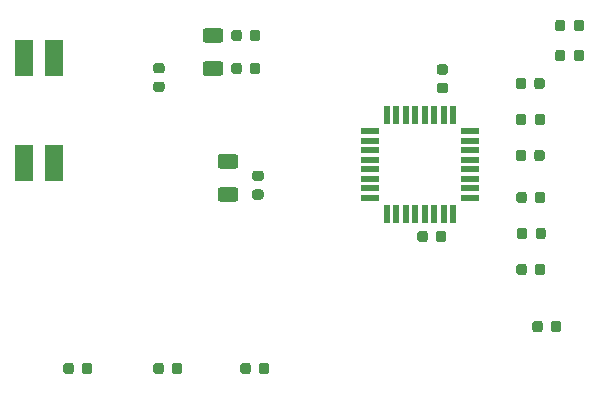
<source format=gbr>
%TF.GenerationSoftware,KiCad,Pcbnew,5.1.9-73d0e3b20d~88~ubuntu20.04.1*%
%TF.CreationDate,2021-03-10T21:47:20+01:00*%
%TF.ProjectId,arduBell,61726475-4265-46c6-9c2e-6b696361645f,rev?*%
%TF.SameCoordinates,Original*%
%TF.FileFunction,Paste,Top*%
%TF.FilePolarity,Positive*%
%FSLAX46Y46*%
G04 Gerber Fmt 4.6, Leading zero omitted, Abs format (unit mm)*
G04 Created by KiCad (PCBNEW 5.1.9-73d0e3b20d~88~ubuntu20.04.1) date 2021-03-10 21:47:20*
%MOMM*%
%LPD*%
G01*
G04 APERTURE LIST*
%ADD10R,1.500000X0.550000*%
%ADD11R,0.550000X1.500000*%
%ADD12R,1.600000X3.100000*%
G04 APERTURE END LIST*
%TO.C,R2*%
G36*
G01*
X117220000Y-37001750D02*
X117220000Y-37514250D01*
G75*
G02*
X117001250Y-37733000I-218750J0D01*
G01*
X116563750Y-37733000D01*
G75*
G02*
X116345000Y-37514250I0J218750D01*
G01*
X116345000Y-37001750D01*
G75*
G02*
X116563750Y-36783000I218750J0D01*
G01*
X117001250Y-36783000D01*
G75*
G02*
X117220000Y-37001750I0J-218750D01*
G01*
G37*
G36*
G01*
X118795000Y-37001750D02*
X118795000Y-37514250D01*
G75*
G02*
X118576250Y-37733000I-218750J0D01*
G01*
X118138750Y-37733000D01*
G75*
G02*
X117920000Y-37514250I0J218750D01*
G01*
X117920000Y-37001750D01*
G75*
G02*
X118138750Y-36783000I218750J0D01*
G01*
X118576250Y-36783000D01*
G75*
G02*
X118795000Y-37001750I0J-218750D01*
G01*
G37*
%TD*%
%TO.C,R11*%
G36*
G01*
X82547750Y-42006000D02*
X83060250Y-42006000D01*
G75*
G02*
X83279000Y-42224750I0J-218750D01*
G01*
X83279000Y-42662250D01*
G75*
G02*
X83060250Y-42881000I-218750J0D01*
G01*
X82547750Y-42881000D01*
G75*
G02*
X82329000Y-42662250I0J218750D01*
G01*
X82329000Y-42224750D01*
G75*
G02*
X82547750Y-42006000I218750J0D01*
G01*
G37*
G36*
G01*
X82547750Y-40431000D02*
X83060250Y-40431000D01*
G75*
G02*
X83279000Y-40649750I0J-218750D01*
G01*
X83279000Y-41087250D01*
G75*
G02*
X83060250Y-41306000I-218750J0D01*
G01*
X82547750Y-41306000D01*
G75*
G02*
X82329000Y-41087250I0J218750D01*
G01*
X82329000Y-40649750D01*
G75*
G02*
X82547750Y-40431000I218750J0D01*
G01*
G37*
%TD*%
%TO.C,R1*%
G36*
G01*
X116000000Y-62994250D02*
X116000000Y-62481750D01*
G75*
G02*
X116218750Y-62263000I218750J0D01*
G01*
X116656250Y-62263000D01*
G75*
G02*
X116875000Y-62481750I0J-218750D01*
G01*
X116875000Y-62994250D01*
G75*
G02*
X116656250Y-63213000I-218750J0D01*
G01*
X116218750Y-63213000D01*
G75*
G02*
X116000000Y-62994250I0J218750D01*
G01*
G37*
G36*
G01*
X114425000Y-62994250D02*
X114425000Y-62481750D01*
G75*
G02*
X114643750Y-62263000I218750J0D01*
G01*
X115081250Y-62263000D01*
G75*
G02*
X115300000Y-62481750I0J-218750D01*
G01*
X115300000Y-62994250D01*
G75*
G02*
X115081250Y-63213000I-218750J0D01*
G01*
X114643750Y-63213000D01*
G75*
G02*
X114425000Y-62994250I0J218750D01*
G01*
G37*
%TD*%
%TO.C,R8*%
G36*
G01*
X114689001Y-55120250D02*
X114689001Y-54607750D01*
G75*
G02*
X114907751Y-54389000I218750J0D01*
G01*
X115345251Y-54389000D01*
G75*
G02*
X115564001Y-54607750I0J-218750D01*
G01*
X115564001Y-55120250D01*
G75*
G02*
X115345251Y-55339000I-218750J0D01*
G01*
X114907751Y-55339000D01*
G75*
G02*
X114689001Y-55120250I0J218750D01*
G01*
G37*
G36*
G01*
X113114001Y-55120250D02*
X113114001Y-54607750D01*
G75*
G02*
X113332751Y-54389000I218750J0D01*
G01*
X113770251Y-54389000D01*
G75*
G02*
X113989001Y-54607750I0J-218750D01*
G01*
X113989001Y-55120250D01*
G75*
G02*
X113770251Y-55339000I-218750J0D01*
G01*
X113332751Y-55339000D01*
G75*
G02*
X113114001Y-55120250I0J218750D01*
G01*
G37*
%TD*%
%TO.C,R10*%
G36*
G01*
X106552750Y-42117001D02*
X107065250Y-42117001D01*
G75*
G02*
X107284000Y-42335751I0J-218750D01*
G01*
X107284000Y-42773251D01*
G75*
G02*
X107065250Y-42992001I-218750J0D01*
G01*
X106552750Y-42992001D01*
G75*
G02*
X106334000Y-42773251I0J218750D01*
G01*
X106334000Y-42335751D01*
G75*
G02*
X106552750Y-42117001I218750J0D01*
G01*
G37*
G36*
G01*
X106552750Y-40542001D02*
X107065250Y-40542001D01*
G75*
G02*
X107284000Y-40760751I0J-218750D01*
G01*
X107284000Y-41198251D01*
G75*
G02*
X107065250Y-41417001I-218750J0D01*
G01*
X106552750Y-41417001D01*
G75*
G02*
X106334000Y-41198251I0J218750D01*
G01*
X106334000Y-40760751D01*
G75*
G02*
X106552750Y-40542001I218750J0D01*
G01*
G37*
%TD*%
%TO.C,R9*%
G36*
G01*
X114616000Y-45469249D02*
X114616000Y-44956749D01*
G75*
G02*
X114834750Y-44737999I218750J0D01*
G01*
X115272250Y-44737999D01*
G75*
G02*
X115491000Y-44956749I0J-218750D01*
G01*
X115491000Y-45469249D01*
G75*
G02*
X115272250Y-45687999I-218750J0D01*
G01*
X114834750Y-45687999D01*
G75*
G02*
X114616000Y-45469249I0J218750D01*
G01*
G37*
G36*
G01*
X113041000Y-45469249D02*
X113041000Y-44956749D01*
G75*
G02*
X113259750Y-44737999I218750J0D01*
G01*
X113697250Y-44737999D01*
G75*
G02*
X113916000Y-44956749I0J-218750D01*
G01*
X113916000Y-45469249D01*
G75*
G02*
X113697250Y-45687999I-218750J0D01*
G01*
X113259750Y-45687999D01*
G75*
G02*
X113041000Y-45469249I0J218750D01*
G01*
G37*
%TD*%
%TO.C,R13*%
G36*
G01*
X114576999Y-48517249D02*
X114576999Y-48004749D01*
G75*
G02*
X114795749Y-47785999I218750J0D01*
G01*
X115233249Y-47785999D01*
G75*
G02*
X115451999Y-48004749I0J-218750D01*
G01*
X115451999Y-48517249D01*
G75*
G02*
X115233249Y-48735999I-218750J0D01*
G01*
X114795749Y-48735999D01*
G75*
G02*
X114576999Y-48517249I0J218750D01*
G01*
G37*
G36*
G01*
X113001999Y-48517249D02*
X113001999Y-48004749D01*
G75*
G02*
X113220749Y-47785999I218750J0D01*
G01*
X113658249Y-47785999D01*
G75*
G02*
X113876999Y-48004749I0J-218750D01*
G01*
X113876999Y-48517249D01*
G75*
G02*
X113658249Y-48735999I-218750J0D01*
G01*
X113220749Y-48735999D01*
G75*
G02*
X113001999Y-48517249I0J218750D01*
G01*
G37*
%TD*%
%TO.C,R5*%
G36*
G01*
X75596000Y-66037750D02*
X75596000Y-66550250D01*
G75*
G02*
X75377250Y-66769000I-218750J0D01*
G01*
X74939750Y-66769000D01*
G75*
G02*
X74721000Y-66550250I0J218750D01*
G01*
X74721000Y-66037750D01*
G75*
G02*
X74939750Y-65819000I218750J0D01*
G01*
X75377250Y-65819000D01*
G75*
G02*
X75596000Y-66037750I0J-218750D01*
G01*
G37*
G36*
G01*
X77171000Y-66037750D02*
X77171000Y-66550250D01*
G75*
G02*
X76952250Y-66769000I-218750J0D01*
G01*
X76514750Y-66769000D01*
G75*
G02*
X76296000Y-66550250I0J218750D01*
G01*
X76296000Y-66037750D01*
G75*
G02*
X76514750Y-65819000I218750J0D01*
G01*
X76952250Y-65819000D01*
G75*
G02*
X77171000Y-66037750I0J-218750D01*
G01*
G37*
%TD*%
D10*
%TO.C,U1*%
X109102000Y-46222000D03*
X109102000Y-47022000D03*
X109102000Y-47822000D03*
X109102000Y-48622000D03*
X109102000Y-49422000D03*
X109102000Y-50222000D03*
X109102000Y-51022000D03*
X109102000Y-51822000D03*
D11*
X107702000Y-53222000D03*
X106902000Y-53222000D03*
X106102000Y-53222000D03*
X105302000Y-53222000D03*
X104502000Y-53222000D03*
X103702000Y-53222000D03*
X102902000Y-53222000D03*
X102102000Y-53222000D03*
D10*
X100702000Y-51822000D03*
X100702000Y-51022000D03*
X100702000Y-50222000D03*
X100702000Y-49422000D03*
X100702000Y-48622000D03*
X100702000Y-47822000D03*
X100702000Y-47022000D03*
D11*
X102102000Y-44822000D03*
X102902000Y-44822000D03*
X103702000Y-44822000D03*
X104502000Y-44822000D03*
X105302000Y-44822000D03*
X106102000Y-44822000D03*
X106902000Y-44822000D03*
X107702000Y-44822000D03*
D10*
X100702000Y-46222000D03*
%TD*%
%TO.C,C2*%
G36*
G01*
X89820000Y-40637750D02*
X89820000Y-41150250D01*
G75*
G02*
X89601250Y-41369000I-218750J0D01*
G01*
X89163750Y-41369000D01*
G75*
G02*
X88945000Y-41150250I0J218750D01*
G01*
X88945000Y-40637750D01*
G75*
G02*
X89163750Y-40419000I218750J0D01*
G01*
X89601250Y-40419000D01*
G75*
G02*
X89820000Y-40637750I0J-218750D01*
G01*
G37*
G36*
G01*
X91395000Y-40637750D02*
X91395000Y-41150250D01*
G75*
G02*
X91176250Y-41369000I-218750J0D01*
G01*
X90738750Y-41369000D01*
G75*
G02*
X90520000Y-41150250I0J218750D01*
G01*
X90520000Y-40637750D01*
G75*
G02*
X90738750Y-40419000I218750J0D01*
G01*
X91176250Y-40419000D01*
G75*
G02*
X91395000Y-40637750I0J-218750D01*
G01*
G37*
%TD*%
%TO.C,R6*%
G36*
G01*
X83216000Y-66037750D02*
X83216000Y-66550250D01*
G75*
G02*
X82997250Y-66769000I-218750J0D01*
G01*
X82559750Y-66769000D01*
G75*
G02*
X82341000Y-66550250I0J218750D01*
G01*
X82341000Y-66037750D01*
G75*
G02*
X82559750Y-65819000I218750J0D01*
G01*
X82997250Y-65819000D01*
G75*
G02*
X83216000Y-66037750I0J-218750D01*
G01*
G37*
G36*
G01*
X84791000Y-66037750D02*
X84791000Y-66550250D01*
G75*
G02*
X84572250Y-66769000I-218750J0D01*
G01*
X84134750Y-66769000D01*
G75*
G02*
X83916000Y-66550250I0J218750D01*
G01*
X83916000Y-66037750D01*
G75*
G02*
X84134750Y-65819000I218750J0D01*
G01*
X84572250Y-65819000D01*
G75*
G02*
X84791000Y-66037750I0J-218750D01*
G01*
G37*
%TD*%
%TO.C,C8*%
G36*
G01*
X114576999Y-42421249D02*
X114576999Y-41908749D01*
G75*
G02*
X114795749Y-41689999I218750J0D01*
G01*
X115233249Y-41689999D01*
G75*
G02*
X115451999Y-41908749I0J-218750D01*
G01*
X115451999Y-42421249D01*
G75*
G02*
X115233249Y-42639999I-218750J0D01*
G01*
X114795749Y-42639999D01*
G75*
G02*
X114576999Y-42421249I0J218750D01*
G01*
G37*
G36*
G01*
X113001999Y-42421249D02*
X113001999Y-41908749D01*
G75*
G02*
X113220749Y-41689999I218750J0D01*
G01*
X113658249Y-41689999D01*
G75*
G02*
X113876999Y-41908749I0J-218750D01*
G01*
X113876999Y-42421249D01*
G75*
G02*
X113658249Y-42639999I-218750J0D01*
G01*
X113220749Y-42639999D01*
G75*
G02*
X113001999Y-42421249I0J218750D01*
G01*
G37*
%TD*%
%TO.C,C5*%
G36*
G01*
X90929750Y-51124500D02*
X91442250Y-51124500D01*
G75*
G02*
X91661000Y-51343250I0J-218750D01*
G01*
X91661000Y-51780750D01*
G75*
G02*
X91442250Y-51999500I-218750J0D01*
G01*
X90929750Y-51999500D01*
G75*
G02*
X90711000Y-51780750I0J218750D01*
G01*
X90711000Y-51343250D01*
G75*
G02*
X90929750Y-51124500I218750J0D01*
G01*
G37*
G36*
G01*
X90929750Y-49549500D02*
X91442250Y-49549500D01*
G75*
G02*
X91661000Y-49768250I0J-218750D01*
G01*
X91661000Y-50205750D01*
G75*
G02*
X91442250Y-50424500I-218750J0D01*
G01*
X90929750Y-50424500D01*
G75*
G02*
X90711000Y-50205750I0J218750D01*
G01*
X90711000Y-49768250D01*
G75*
G02*
X90929750Y-49549500I218750J0D01*
G01*
G37*
%TD*%
D12*
%TO.C,U2*%
X73914000Y-48895000D03*
X71374000Y-40005000D03*
X71374000Y-48895000D03*
X73914000Y-40005000D03*
%TD*%
%TO.C,C4*%
G36*
G01*
X88001000Y-38725000D02*
X86751000Y-38725000D01*
G75*
G02*
X86501000Y-38475000I0J250000D01*
G01*
X86501000Y-37725000D01*
G75*
G02*
X86751000Y-37475000I250000J0D01*
G01*
X88001000Y-37475000D01*
G75*
G02*
X88251000Y-37725000I0J-250000D01*
G01*
X88251000Y-38475000D01*
G75*
G02*
X88001000Y-38725000I-250000J0D01*
G01*
G37*
G36*
G01*
X88001000Y-41525000D02*
X86751000Y-41525000D01*
G75*
G02*
X86501000Y-41275000I0J250000D01*
G01*
X86501000Y-40525000D01*
G75*
G02*
X86751000Y-40275000I250000J0D01*
G01*
X88001000Y-40275000D01*
G75*
G02*
X88251000Y-40525000I0J-250000D01*
G01*
X88251000Y-41275000D01*
G75*
G02*
X88001000Y-41525000I-250000J0D01*
G01*
G37*
%TD*%
%TO.C,C1*%
G36*
G01*
X106268000Y-55374250D02*
X106268000Y-54861750D01*
G75*
G02*
X106486750Y-54643000I218750J0D01*
G01*
X106924250Y-54643000D01*
G75*
G02*
X107143000Y-54861750I0J-218750D01*
G01*
X107143000Y-55374250D01*
G75*
G02*
X106924250Y-55593000I-218750J0D01*
G01*
X106486750Y-55593000D01*
G75*
G02*
X106268000Y-55374250I0J218750D01*
G01*
G37*
G36*
G01*
X104693000Y-55374250D02*
X104693000Y-54861750D01*
G75*
G02*
X104911750Y-54643000I218750J0D01*
G01*
X105349250Y-54643000D01*
G75*
G02*
X105568000Y-54861750I0J-218750D01*
G01*
X105568000Y-55374250D01*
G75*
G02*
X105349250Y-55593000I-218750J0D01*
G01*
X104911750Y-55593000D01*
G75*
G02*
X104693000Y-55374250I0J218750D01*
G01*
G37*
%TD*%
%TO.C,R7*%
G36*
G01*
X90582000Y-66037750D02*
X90582000Y-66550250D01*
G75*
G02*
X90363250Y-66769000I-218750J0D01*
G01*
X89925750Y-66769000D01*
G75*
G02*
X89707000Y-66550250I0J218750D01*
G01*
X89707000Y-66037750D01*
G75*
G02*
X89925750Y-65819000I218750J0D01*
G01*
X90363250Y-65819000D01*
G75*
G02*
X90582000Y-66037750I0J-218750D01*
G01*
G37*
G36*
G01*
X92157000Y-66037750D02*
X92157000Y-66550250D01*
G75*
G02*
X91938250Y-66769000I-218750J0D01*
G01*
X91500750Y-66769000D01*
G75*
G02*
X91282000Y-66550250I0J218750D01*
G01*
X91282000Y-66037750D01*
G75*
G02*
X91500750Y-65819000I218750J0D01*
G01*
X91938250Y-65819000D01*
G75*
G02*
X92157000Y-66037750I0J-218750D01*
G01*
G37*
%TD*%
%TO.C,R12*%
G36*
G01*
X114650000Y-58168250D02*
X114650000Y-57655750D01*
G75*
G02*
X114868750Y-57437000I218750J0D01*
G01*
X115306250Y-57437000D01*
G75*
G02*
X115525000Y-57655750I0J-218750D01*
G01*
X115525000Y-58168250D01*
G75*
G02*
X115306250Y-58387000I-218750J0D01*
G01*
X114868750Y-58387000D01*
G75*
G02*
X114650000Y-58168250I0J218750D01*
G01*
G37*
G36*
G01*
X113075000Y-58168250D02*
X113075000Y-57655750D01*
G75*
G02*
X113293750Y-57437000I218750J0D01*
G01*
X113731250Y-57437000D01*
G75*
G02*
X113950000Y-57655750I0J-218750D01*
G01*
X113950000Y-58168250D01*
G75*
G02*
X113731250Y-58387000I-218750J0D01*
G01*
X113293750Y-58387000D01*
G75*
G02*
X113075000Y-58168250I0J218750D01*
G01*
G37*
%TD*%
%TO.C,C7*%
G36*
G01*
X114650000Y-52072250D02*
X114650000Y-51559750D01*
G75*
G02*
X114868750Y-51341000I218750J0D01*
G01*
X115306250Y-51341000D01*
G75*
G02*
X115525000Y-51559750I0J-218750D01*
G01*
X115525000Y-52072250D01*
G75*
G02*
X115306250Y-52291000I-218750J0D01*
G01*
X114868750Y-52291000D01*
G75*
G02*
X114650000Y-52072250I0J218750D01*
G01*
G37*
G36*
G01*
X113075000Y-52072250D02*
X113075000Y-51559750D01*
G75*
G02*
X113293750Y-51341000I218750J0D01*
G01*
X113731250Y-51341000D01*
G75*
G02*
X113950000Y-51559750I0J-218750D01*
G01*
X113950000Y-52072250D01*
G75*
G02*
X113731250Y-52291000I-218750J0D01*
G01*
X113293750Y-52291000D01*
G75*
G02*
X113075000Y-52072250I0J218750D01*
G01*
G37*
%TD*%
%TO.C,C6*%
G36*
G01*
X89271000Y-49387000D02*
X88021000Y-49387000D01*
G75*
G02*
X87771000Y-49137000I0J250000D01*
G01*
X87771000Y-48387000D01*
G75*
G02*
X88021000Y-48137000I250000J0D01*
G01*
X89271000Y-48137000D01*
G75*
G02*
X89521000Y-48387000I0J-250000D01*
G01*
X89521000Y-49137000D01*
G75*
G02*
X89271000Y-49387000I-250000J0D01*
G01*
G37*
G36*
G01*
X89271000Y-52187000D02*
X88021000Y-52187000D01*
G75*
G02*
X87771000Y-51937000I0J250000D01*
G01*
X87771000Y-51187000D01*
G75*
G02*
X88021000Y-50937000I250000J0D01*
G01*
X89271000Y-50937000D01*
G75*
G02*
X89521000Y-51187000I0J-250000D01*
G01*
X89521000Y-51937000D01*
G75*
G02*
X89271000Y-52187000I-250000J0D01*
G01*
G37*
%TD*%
%TO.C,C3*%
G36*
G01*
X89820000Y-37843750D02*
X89820000Y-38356250D01*
G75*
G02*
X89601250Y-38575000I-218750J0D01*
G01*
X89163750Y-38575000D01*
G75*
G02*
X88945000Y-38356250I0J218750D01*
G01*
X88945000Y-37843750D01*
G75*
G02*
X89163750Y-37625000I218750J0D01*
G01*
X89601250Y-37625000D01*
G75*
G02*
X89820000Y-37843750I0J-218750D01*
G01*
G37*
G36*
G01*
X91395000Y-37843750D02*
X91395000Y-38356250D01*
G75*
G02*
X91176250Y-38575000I-218750J0D01*
G01*
X90738750Y-38575000D01*
G75*
G02*
X90520000Y-38356250I0J218750D01*
G01*
X90520000Y-37843750D01*
G75*
G02*
X90738750Y-37625000I218750J0D01*
G01*
X91176250Y-37625000D01*
G75*
G02*
X91395000Y-37843750I0J-218750D01*
G01*
G37*
%TD*%
%TO.C,R3*%
G36*
G01*
X117220000Y-39541750D02*
X117220000Y-40054250D01*
G75*
G02*
X117001250Y-40273000I-218750J0D01*
G01*
X116563750Y-40273000D01*
G75*
G02*
X116345000Y-40054250I0J218750D01*
G01*
X116345000Y-39541750D01*
G75*
G02*
X116563750Y-39323000I218750J0D01*
G01*
X117001250Y-39323000D01*
G75*
G02*
X117220000Y-39541750I0J-218750D01*
G01*
G37*
G36*
G01*
X118795000Y-39541750D02*
X118795000Y-40054250D01*
G75*
G02*
X118576250Y-40273000I-218750J0D01*
G01*
X118138750Y-40273000D01*
G75*
G02*
X117920000Y-40054250I0J218750D01*
G01*
X117920000Y-39541750D01*
G75*
G02*
X118138750Y-39323000I218750J0D01*
G01*
X118576250Y-39323000D01*
G75*
G02*
X118795000Y-39541750I0J-218750D01*
G01*
G37*
%TD*%
M02*

</source>
